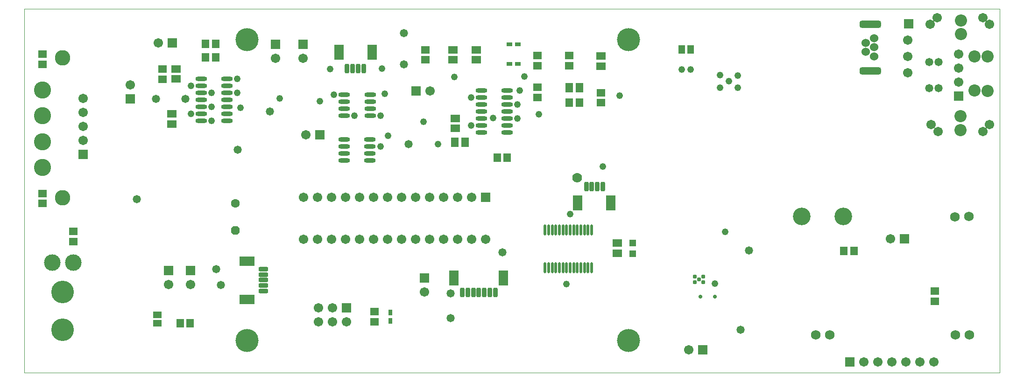
<source format=gts>
%FSLAX25Y25*%
%MOIN*%
G70*
G01*
G75*
G04 Layer_Color=8388736*
G04:AMPARAMS|DCode=10|XSize=23.62mil|YSize=61.02mil|CornerRadius=5.91mil|HoleSize=0mil|Usage=FLASHONLY|Rotation=0.000|XOffset=0mil|YOffset=0mil|HoleType=Round|Shape=RoundedRectangle|*
%AMROUNDEDRECTD10*
21,1,0.02362,0.04921,0,0,0.0*
21,1,0.01181,0.06102,0,0,0.0*
1,1,0.01181,0.00591,-0.02461*
1,1,0.01181,-0.00591,-0.02461*
1,1,0.01181,-0.00591,0.02461*
1,1,0.01181,0.00591,0.02461*
%
%ADD10ROUNDEDRECTD10*%
%ADD11R,0.05906X0.09843*%
%ADD12O,0.07480X0.02362*%
%ADD13O,0.01378X0.07087*%
%ADD14R,0.09843X0.05906*%
G04:AMPARAMS|DCode=15|XSize=23.62mil|YSize=61.02mil|CornerRadius=5.91mil|HoleSize=0mil|Usage=FLASHONLY|Rotation=270.000|XOffset=0mil|YOffset=0mil|HoleType=Round|Shape=RoundedRectangle|*
%AMROUNDEDRECTD15*
21,1,0.02362,0.04921,0,0,270.0*
21,1,0.01181,0.06102,0,0,270.0*
1,1,0.01181,-0.02461,-0.00591*
1,1,0.01181,-0.02461,0.00591*
1,1,0.01181,0.02461,0.00591*
1,1,0.01181,0.02461,-0.00591*
%
%ADD15ROUNDEDRECTD15*%
%ADD16R,0.04724X0.05315*%
%ADD17R,0.05315X0.04724*%
%ADD18R,0.05709X0.04528*%
%ADD19R,0.04528X0.05709*%
%ADD20R,0.04134X0.04331*%
%ADD21R,0.05315X0.03937*%
%ADD22R,0.03937X0.05315*%
%ADD23R,0.03150X0.01969*%
%ADD24R,0.01969X0.03150*%
%ADD25C,0.02000*%
%ADD26C,0.01500*%
%ADD27C,0.03000*%
%ADD28C,0.01300*%
%ADD29C,0.05000*%
%ADD30C,0.04000*%
%ADD31C,0.06500*%
%ADD32C,0.06000*%
%ADD33C,0.03937*%
%ADD34C,0.01000*%
%ADD35C,0.00100*%
%ADD36C,0.05906*%
%ADD37R,0.05906X0.05906*%
%ADD38C,0.11024*%
%ADD39C,0.15354*%
%ADD40C,0.06000*%
%ADD41C,0.11417*%
%ADD42R,0.05906X0.05906*%
%ADD43P,0.05966X8X112.5*%
%ADD44C,0.05512*%
%ADD45C,0.11811*%
%ADD46C,0.07874*%
%ADD47C,0.05213*%
G04:AMPARAMS|DCode=48|XSize=42.52mil|YSize=145.67mil|CornerRadius=10.63mil|HoleSize=0mil|Usage=FLASHONLY|Rotation=270.000|XOffset=0mil|YOffset=0mil|HoleType=Round|Shape=RoundedRectangle|*
%AMROUNDEDRECTD48*
21,1,0.04252,0.12441,0,0,270.0*
21,1,0.02126,0.14567,0,0,270.0*
1,1,0.02126,-0.06221,-0.01063*
1,1,0.02126,-0.06221,0.01063*
1,1,0.02126,0.06221,0.01063*
1,1,0.02126,0.06221,-0.01063*
%
%ADD48ROUNDEDRECTD48*%
%ADD49C,0.05000*%
%ADD50C,0.04000*%
%ADD51C,0.02000*%
%ADD52C,0.06200*%
%ADD53C,0.02284*%
%ADD54C,0.10236*%
%ADD55C,0.15700*%
%ADD56R,0.06693X0.12598*%
%ADD57R,0.09449X0.06496*%
%ADD58O,0.01102X0.03347*%
%ADD59R,0.03543X0.02559*%
%ADD60R,0.06102X0.05512*%
%ADD61R,0.03937X0.02362*%
%ADD62R,0.04331X0.04134*%
%ADD63C,0.04500*%
%ADD64C,0.02500*%
%ADD65C,0.07000*%
%ADD66C,0.03500*%
%ADD67C,0.05500*%
%ADD68R,0.02756X0.01102*%
%ADD69R,0.02756X0.01102*%
%ADD70R,0.02756X0.01102*%
%ADD71C,0.01575*%
%ADD72C,0.02362*%
%ADD73C,0.00787*%
%ADD74C,0.00800*%
G04:AMPARAMS|DCode=75|XSize=31.62mil|YSize=69.02mil|CornerRadius=9.91mil|HoleSize=0mil|Usage=FLASHONLY|Rotation=0.000|XOffset=0mil|YOffset=0mil|HoleType=Round|Shape=RoundedRectangle|*
%AMROUNDEDRECTD75*
21,1,0.03162,0.04921,0,0,0.0*
21,1,0.01181,0.06902,0,0,0.0*
1,1,0.01981,0.00591,-0.02461*
1,1,0.01981,-0.00591,-0.02461*
1,1,0.01981,-0.00591,0.02461*
1,1,0.01981,0.00591,0.02461*
%
%ADD75ROUNDEDRECTD75*%
%ADD76R,0.06706X0.10642*%
%ADD77O,0.08280X0.03162*%
%ADD78O,0.02178X0.07887*%
%ADD79R,0.10642X0.06706*%
G04:AMPARAMS|DCode=80|XSize=31.62mil|YSize=69.02mil|CornerRadius=9.91mil|HoleSize=0mil|Usage=FLASHONLY|Rotation=270.000|XOffset=0mil|YOffset=0mil|HoleType=Round|Shape=RoundedRectangle|*
%AMROUNDEDRECTD80*
21,1,0.03162,0.04921,0,0,270.0*
21,1,0.01181,0.06902,0,0,270.0*
1,1,0.01981,-0.02461,-0.00591*
1,1,0.01981,-0.02461,0.00591*
1,1,0.01981,0.02461,0.00591*
1,1,0.01981,0.02461,-0.00591*
%
%ADD80ROUNDEDRECTD80*%
%ADD81R,0.05524X0.06115*%
%ADD82R,0.06115X0.05524*%
%ADD83R,0.06509X0.05328*%
%ADD84R,0.05328X0.06509*%
%ADD85R,0.04934X0.05131*%
%ADD86R,0.06115X0.04737*%
%ADD87R,0.04737X0.06115*%
%ADD88R,0.03950X0.02769*%
%ADD89R,0.02769X0.03950*%
%ADD90C,0.06706*%
%ADD91R,0.06706X0.06706*%
%ADD92C,0.11824*%
%ADD93C,0.16154*%
%ADD94C,0.06800*%
%ADD95C,0.12217*%
%ADD96R,0.06706X0.06706*%
%ADD97P,0.06832X8X112.5*%
%ADD98C,0.06312*%
%ADD99C,0.12611*%
%ADD100C,0.08674*%
%ADD101C,0.06013*%
G04:AMPARAMS|DCode=102|XSize=50.52mil|YSize=153.67mil|CornerRadius=14.63mil|HoleSize=0mil|Usage=FLASHONLY|Rotation=270.000|XOffset=0mil|YOffset=0mil|HoleType=Round|Shape=RoundedRectangle|*
%AMROUNDEDRECTD102*
21,1,0.05052,0.12441,0,0,270.0*
21,1,0.02126,0.15367,0,0,270.0*
1,1,0.02926,-0.06221,-0.01063*
1,1,0.02926,-0.06221,0.01063*
1,1,0.02926,0.06221,0.01063*
1,1,0.02926,0.06221,-0.01063*
%
%ADD102ROUNDEDRECTD102*%
%ADD103C,0.05800*%
%ADD104C,0.04800*%
%ADD105C,0.02800*%
%ADD106C,0.07000*%
%ADD107C,0.03084*%
%ADD108C,0.11036*%
%ADD109C,0.16500*%
D35*
X696300Y0D02*
Y260000D01*
X-0D02*
X696300D01*
X-0Y0D02*
X696300D01*
X-0D02*
Y260000D01*
D75*
X336050Y57500D02*
D03*
X312550D02*
D03*
X316467D02*
D03*
X320384D02*
D03*
X324300D02*
D03*
X328217D02*
D03*
X332134D02*
D03*
X412861Y133017D02*
D03*
X408928D02*
D03*
X404994D02*
D03*
X401061D02*
D03*
X230250Y217600D02*
D03*
X234184D02*
D03*
X238117D02*
D03*
X242050D02*
D03*
D76*
X341950Y67800D02*
D03*
X306650D02*
D03*
X418661Y121517D02*
D03*
X394961D02*
D03*
X224450Y229100D02*
D03*
X248150D02*
D03*
D77*
X228330Y198900D02*
D03*
Y193900D02*
D03*
Y188900D02*
D03*
Y183900D02*
D03*
X246834Y198900D02*
D03*
Y193900D02*
D03*
Y188900D02*
D03*
Y183900D02*
D03*
X126167Y210000D02*
D03*
Y205000D02*
D03*
Y200000D02*
D03*
Y195000D02*
D03*
Y190000D02*
D03*
Y185000D02*
D03*
Y180000D02*
D03*
X144671Y210000D02*
D03*
Y205000D02*
D03*
Y200000D02*
D03*
Y195000D02*
D03*
Y190000D02*
D03*
Y185000D02*
D03*
Y180000D02*
D03*
X326130Y201790D02*
D03*
Y196790D02*
D03*
Y191790D02*
D03*
Y186790D02*
D03*
Y181790D02*
D03*
Y176790D02*
D03*
Y171790D02*
D03*
X344634Y201790D02*
D03*
Y196790D02*
D03*
Y191790D02*
D03*
Y186790D02*
D03*
Y181790D02*
D03*
Y176790D02*
D03*
Y171790D02*
D03*
X228198Y166700D02*
D03*
Y161700D02*
D03*
Y156700D02*
D03*
Y151700D02*
D03*
X246702Y166700D02*
D03*
Y161700D02*
D03*
Y156700D02*
D03*
Y151700D02*
D03*
D78*
X404884Y101986D02*
D03*
X402325D02*
D03*
X399766D02*
D03*
X397207D02*
D03*
X394648D02*
D03*
X392089D02*
D03*
X389530D02*
D03*
X386971D02*
D03*
X384412D02*
D03*
X381853D02*
D03*
X379294D02*
D03*
X376734D02*
D03*
X374176D02*
D03*
X371617D02*
D03*
X404884Y75214D02*
D03*
X402325D02*
D03*
X399766D02*
D03*
X397207D02*
D03*
X394648D02*
D03*
X392089D02*
D03*
X389530D02*
D03*
X386971D02*
D03*
X384412D02*
D03*
X381853D02*
D03*
X379294D02*
D03*
X376734D02*
D03*
X374176D02*
D03*
X371617D02*
D03*
D79*
X158750Y52400D02*
D03*
Y79700D02*
D03*
D80*
X170550Y74100D02*
D03*
Y58500D02*
D03*
Y62400D02*
D03*
Y66300D02*
D03*
Y70200D02*
D03*
D81*
X584908Y87050D02*
D03*
X592192D02*
D03*
X129277Y225469D02*
D03*
X136560D02*
D03*
X129277Y235271D02*
D03*
X136560D02*
D03*
X337408Y153800D02*
D03*
X344692D02*
D03*
X388840Y193042D02*
D03*
X396124D02*
D03*
X118342Y35300D02*
D03*
X111058D02*
D03*
D82*
X649950Y58492D02*
D03*
Y51208D02*
D03*
X98450Y209705D02*
D03*
Y216988D02*
D03*
X286250Y223648D02*
D03*
Y230931D02*
D03*
X411550Y192958D02*
D03*
Y200242D02*
D03*
X388852Y219458D02*
D03*
Y226742D02*
D03*
X366350Y204042D02*
D03*
Y196758D02*
D03*
Y219458D02*
D03*
Y226742D02*
D03*
X249800Y36558D02*
D03*
Y43842D02*
D03*
X12750Y220558D02*
D03*
Y227842D02*
D03*
X12950Y128242D02*
D03*
Y120958D02*
D03*
X34750Y93858D02*
D03*
Y101142D02*
D03*
D83*
X108119Y217242D02*
D03*
Y209958D02*
D03*
X105250Y177758D02*
D03*
Y185042D02*
D03*
X322450Y223648D02*
D03*
Y230931D02*
D03*
X305950Y223648D02*
D03*
Y230931D02*
D03*
X307450Y181942D02*
D03*
Y174658D02*
D03*
X411550Y219258D02*
D03*
Y226542D02*
D03*
X423082Y92673D02*
D03*
Y85389D02*
D03*
D84*
X307287Y164900D02*
D03*
X314571D02*
D03*
X388840Y203900D02*
D03*
X396124D02*
D03*
D85*
X434082Y92837D02*
D03*
Y84963D02*
D03*
D86*
X95000Y41551D02*
D03*
Y35449D02*
D03*
D87*
X475451Y231200D02*
D03*
X469349D02*
D03*
D88*
X346350Y220890D02*
D03*
X352350D02*
D03*
Y234790D02*
D03*
X346350D02*
D03*
D89*
X261300Y37200D02*
D03*
Y43200D02*
D03*
D90*
X95500Y235700D02*
D03*
X230000Y36558D02*
D03*
X220000Y46558D02*
D03*
Y36558D02*
D03*
X210000Y46558D02*
D03*
Y36558D02*
D03*
X649250Y7850D02*
D03*
X639250D02*
D03*
X629250D02*
D03*
X619250D02*
D03*
X599250D02*
D03*
X609250D02*
D03*
X41850Y196100D02*
D03*
Y186100D02*
D03*
Y176100D02*
D03*
Y166100D02*
D03*
X319119Y125576D02*
D03*
X309119D02*
D03*
X299119D02*
D03*
X289119D02*
D03*
X279119D02*
D03*
X269119D02*
D03*
X259119D02*
D03*
X249119D02*
D03*
X239119D02*
D03*
X229119D02*
D03*
X219119D02*
D03*
X209119D02*
D03*
X199119D02*
D03*
X329119Y95576D02*
D03*
X319119D02*
D03*
X309119D02*
D03*
X299119D02*
D03*
X289119D02*
D03*
X279119D02*
D03*
X269119D02*
D03*
X259119D02*
D03*
X249119D02*
D03*
X239119D02*
D03*
X229119D02*
D03*
X219119D02*
D03*
X209119D02*
D03*
X199119D02*
D03*
X289700Y201500D02*
D03*
X200800Y170200D02*
D03*
X179100Y224940D02*
D03*
X75600Y205621D02*
D03*
X474200Y16300D02*
D03*
X618050Y95650D02*
D03*
X285600Y57700D02*
D03*
X199000Y224940D02*
D03*
X103000Y63000D02*
D03*
X118422Y63100D02*
D03*
X666800Y207776D02*
D03*
Y217851D02*
D03*
Y227927D02*
D03*
X630700Y237900D02*
D03*
Y226249D02*
D03*
X630600Y214598D02*
D03*
X652100Y172600D02*
D03*
X647100Y177600D02*
D03*
X688760Y177570D02*
D03*
X684130Y172570D02*
D03*
Y253700D02*
D03*
X688760Y249070D02*
D03*
X651400Y253700D02*
D03*
X646400Y249070D02*
D03*
D91*
X105500Y235700D02*
D03*
X230000Y46558D02*
D03*
X589250Y7850D02*
D03*
X279700Y201500D02*
D03*
X210800Y170200D02*
D03*
X484200Y16300D02*
D03*
X628050Y95650D02*
D03*
D92*
X34750Y78700D02*
D03*
X19750D02*
D03*
D93*
X27250Y57700D02*
D03*
Y30700D02*
D03*
D94*
X674200Y111800D02*
D03*
X664200Y111600D02*
D03*
X674501Y27200D02*
D03*
X664501Y27000D02*
D03*
X575000Y27200D02*
D03*
X565000Y27000D02*
D03*
D95*
X12750Y146700D02*
D03*
Y165200D02*
D03*
Y183700D02*
D03*
Y202200D02*
D03*
D96*
X41850Y156100D02*
D03*
X329119Y125576D02*
D03*
X179100Y234940D02*
D03*
X75600Y195621D02*
D03*
X285600Y67700D02*
D03*
X199000Y234940D02*
D03*
X103000Y73000D02*
D03*
X118422Y73100D02*
D03*
X666800Y197700D02*
D03*
X631100Y249551D02*
D03*
D97*
X150650Y101917D02*
D03*
D98*
Y121129D02*
D03*
D99*
X554801Y111800D02*
D03*
X584700Y111700D02*
D03*
D100*
X678200Y226000D02*
D03*
X687500D02*
D03*
X668400Y251807D02*
D03*
Y242000D02*
D03*
X687500Y201600D02*
D03*
X678200Y201663D02*
D03*
X668100Y173600D02*
D03*
Y183407D02*
D03*
D101*
X606600Y239100D02*
D03*
X600700Y235900D02*
D03*
X606600Y232650D02*
D03*
X600700Y229600D02*
D03*
X606600Y226200D02*
D03*
D102*
X603800Y249100D02*
D03*
Y215800D02*
D03*
D103*
X304250Y56763D02*
D03*
Y39128D02*
D03*
X80050Y124000D02*
D03*
X140182Y62668D02*
D03*
X511250Y30700D02*
D03*
X517050Y87300D02*
D03*
X152164Y159363D02*
D03*
X93850Y195621D02*
D03*
X114850D02*
D03*
X175250Y186736D02*
D03*
X274350Y163350D02*
D03*
X270850Y220494D02*
D03*
Y242700D02*
D03*
X136950Y74100D02*
D03*
X341050Y86200D02*
D03*
X652500Y203600D02*
D03*
Y222100D02*
D03*
X646000Y203600D02*
D03*
Y222100D02*
D03*
D104*
X152011Y200000D02*
D03*
X318790Y176790D02*
D03*
X351974Y191790D02*
D03*
X424950Y198179D02*
D03*
X133507Y200000D02*
D03*
X118827Y185000D02*
D03*
X475401Y216863D02*
D03*
X295250Y163589D02*
D03*
X351974Y181790D02*
D03*
X356850Y211700D02*
D03*
X133507Y180000D02*
D03*
X469299Y216863D02*
D03*
X318790Y196790D02*
D03*
X306850Y211378D02*
D03*
X334550Y182000D02*
D03*
X118827Y205000D02*
D03*
X210950Y193968D02*
D03*
X284750Y179300D02*
D03*
X386971Y63420D02*
D03*
X154150Y189445D02*
D03*
X257057Y199400D02*
D03*
X389540Y113290D02*
D03*
X259550Y169300D02*
D03*
X367150Y184700D02*
D03*
X492850Y63847D02*
D03*
X500177Y100800D02*
D03*
X496450Y203700D02*
D03*
X509270D02*
D03*
X496450Y212700D02*
D03*
X502850Y208400D02*
D03*
X509270Y212500D02*
D03*
X235670Y183900D02*
D03*
X254042Y161700D02*
D03*
X254174Y183900D02*
D03*
X182050Y196100D02*
D03*
X218150Y217116D02*
D03*
X133507Y190000D02*
D03*
X220990Y198900D02*
D03*
X152011Y210000D02*
D03*
X255350Y217300D02*
D03*
X353561Y201790D02*
D03*
X412950Y147451D02*
D03*
D105*
X482386Y54586D02*
D03*
X492791D02*
D03*
D106*
X394561Y139517D02*
D03*
D107*
X478556Y68768D02*
D03*
X481508Y66800D02*
D03*
X478556Y64831D02*
D03*
X484461Y68768D02*
D03*
Y64831D02*
D03*
D108*
X27250Y225200D02*
D03*
Y125200D02*
D03*
D109*
X431250Y23100D02*
D03*
Y238100D02*
D03*
X158750D02*
D03*
Y23100D02*
D03*
M02*

</source>
